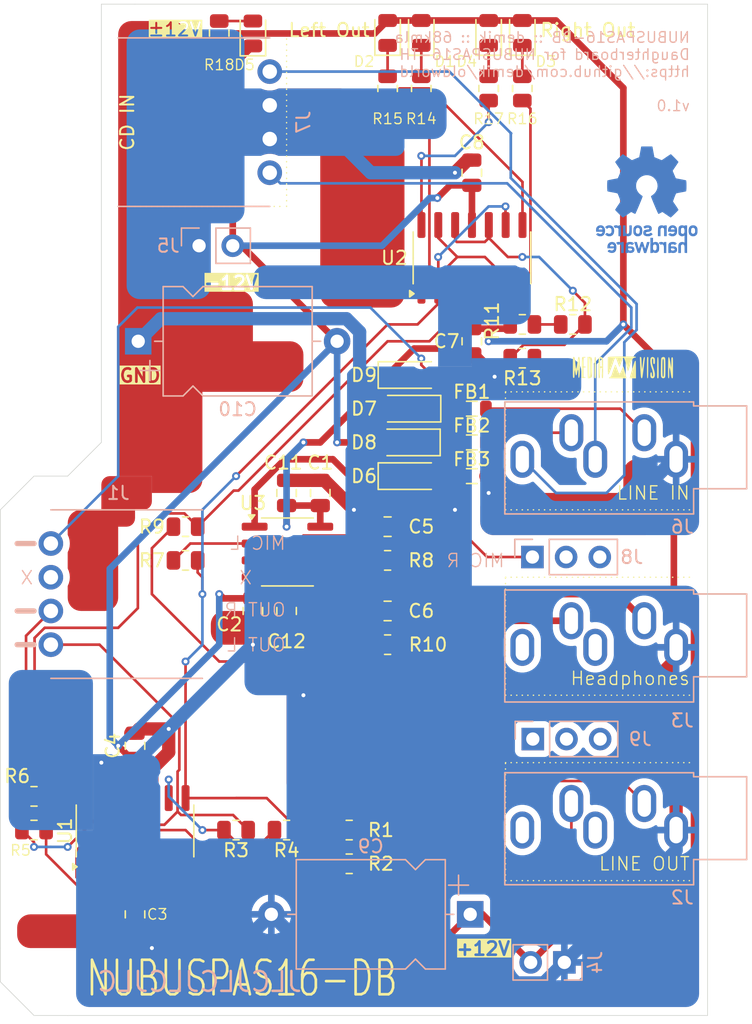
<source format=kicad_pcb>
(kicad_pcb (version 20240108) (generator "pcbnew") (generator_version "8.0")
  (title_block (title "NUBUSPAS16-DB") (date "2024-03-28") (rev "1.0") (company "Lostwave") (comment 1 "https://github.com/demik/oldworld") (comment 2 "https://68kmla.org/bb/index.php?threads/nubuspas16-db-a-daughterboard-hack-to-restore-some-functionality-of-a-standalone-mediavision-pas16.47076"))
  (layers (0 "F.Cu" signal) (31 "B.Cu" signal) (34 "B.Paste" user) (35 "F.Paste" user) (36 "B.SilkS" user "B.Silkscreen") (37 "F.SilkS" user "F.Silkscreen") (38 "B.Mask" user) (39 "F.Mask" user) (44 "Edge.Cuts" user))
  (net 0 "")
  (net 2 "/LINE_OUT_R")
  (net 3 "GND")
  (net 4 "/LINE_OUT_L")
  (net 6 "Net-(U1A--)")
  (net 7 "Net-(U1B--)")
  (net 8 "/PAS_OUT_L")
  (net 9 "Net-(U3A--)")
  (net 10 "+12V")
  (net 11 "/HEAD_OUT_L")
  (net 12 "/PAS_OUT_R")
  (net 13 "Net-(U3B--)")
  (net 14 "/HEAD_OUT_RIGHT")
  (net 15 "Net-(D1-K)")
  (net 16 "-12V")
  (net 17 "Net-(D2-K)")
  (net 18 "Net-(D3-K)")
  (net 19 "Net-(D4-K)")
  (net 21 "Net-(U2A-+)")
  (net 22 "Net-(U2C-+)")
  (net 23 "Net-(R14-Pad1)")
  (net 24 "Net-(R15-Pad1)")
  (net 25 "Net-(R16-Pad1)")
  (net 26 "Net-(R17-Pad1)")
  (net 29 "Net-(U1C--)")
  (net 30 "/BUFF_X2_L")
  (net 31 "Net-(U1D--)")
  (net 32 "/BUFF_X2_R")
  (net 33 "/LINE_IN_L")
  (net 34 "/LINE_IN_R")
  (net 35 "Net-(FB3-Pad2)")
  (net 36 "/CD_IN_R")
  (net 37 "/CD_IN_L")
  (net 38 "Net-(D5-A)")
  (net 44 "/PAS_MIC_L")
  (net 45 "/PAS_MIC_R")
  (footprint "Capacitor_SMD:C_0805_2012Metric" (layer "F.Cu") (at 160.02 63.5 90)
    (property "Reference" "C8")
    (property "Value" "100nF")
  )
  (footprint "Diode_SMD:D_SOD-123" (layer "F.Cu") (at 155.32 86.36)
    (property "Reference" "D8")
    (property "Value" "1N4148W")
  )
  (footprint "Inductor_SMD:L_0805_2012Metric" (layer "F.Cu") (at 160.02 83.82 180)
    (property "Reference" "FB2")
    (property "Value" "GZ2012D601TF")
  )
  (footprint "LED_SMD:LED_0805_2012Metric" (layer "F.Cu") (at 161.29 52.9675 90)
    (property "Reference" "D4")
    (property "Value" "Yellow")
  )
  (footprint "Diode_SMD:D_SOD-123" (layer "F.Cu") (at 155.32 81.28 180)
    (property "Reference" "D7")
    (property "Value" "1N4148W")
  )
  (footprint "Resistor_SMD:R_0805_2012Metric" (layer "F.Cu") (at 153.67 92.71)
    (property "Reference" "R8")
    (property "Value" "680")
  )
  (footprint "Capacitor_SMD:C_0805_2012Metric" (layer "F.Cu") (at 134.62 119.38 -90)
    (property "Reference" "C3")
    (property "Value" "100nF")
  )
  (footprint "Resistor_SMD:R_0805_2012Metric" (layer "F.Cu") (at 140.97 52.9825 90)
    (property "Reference" "R18")
    (property "Value" "20k")
  )
  (footprint "LOGO" (layer "F.Cu") (at 171.45 78.105)
    (property "Reference" "G***" (hide yes))
    (property "Value" "LOGO" (hide yes))
  )
  (footprint "Resistor_SMD:R_0805_2012Metric" (layer "F.Cu") (at 163.83 57.15 90)
    (property "Reference" "R16")
    (property "Value" "2200")
  )
  (footprint "Package_SO:SOIC-8_3.9x4.9mm_P1.27mm" (layer "F.Cu") (at 146.115 92.075)
    (property "Reference" "U3")
    (property "Value" "OPA1688")
  )
  (footprint "Resistor_SMD:R_0805_2012Metric" (layer "F.Cu") (at 153.67 57.15 90)
    (property "Reference" "R15")
    (property "Value" "2200")
  )
  (footprint "Resistor_SMD:R_0805_2012Metric" (layer "F.Cu") (at 150.7725 113.03)
    (property "Reference" "R1")
    (property "Value" "47")
  )
  (footprint "MountingHole:MountingHole_3.2mm_M3" (layer "F.Cu") (at 167.64 60.96)
    (property "Reference" "H1" (hide yes))
    (property "Value" "M3")
  )
  (footprint "Resistor_SMD:R_0805_2012Metric" (layer "F.Cu") (at 138.43 92.71 180)
    (property "Reference" "R7")
    (property "Value" "680")
  )
  (footprint "Inductor_SMD:L_0805_2012Metric" (layer "F.Cu") (at 160.02 81.28 180)
    (property "Reference" "FB1")
    (property "Value" "GZ2012D601TF")
  )
  (footprint "MountingHole:MountingHole_3.2mm_M3" (layer "F.Cu") (at 142.24 106.68)
    (property "Reference" "H2" (hide yes))
    (property "Value" "M3")
  )
  (footprint "Package_SO:SOIC-14_3.9x8.7mm_P1.27mm" (layer "F.Cu") (at 160.0325 69.915 90)
    (property "Reference" "U2")
    (property "Value" "LF347")
  )
  (footprint "Package_SO:SOIC-14_3.9x8.7mm_P1.27mm" (layer "F.Cu") (at 134.62 113.095 90)
    (property "Reference" "U1")
    (property "Value" "LF347")
  )
  (footprint "LED_SMD:LED_0805_2012Metric" (layer "F.Cu") (at 153.67 52.9675 90)
    (property "Reference" "D2")
    (property "Value" "Yellow")
  )
  (footprint "Resistor_SMD:R_0805_2012Metric" (layer "F.Cu") (at 127 113.03 180)
    (property "Reference" "R5")
    (property "Value" "10k")
  )
  (footprint "Inductor_SMD:L_0805_2012Metric" (layer "F.Cu") (at 160.02 86.36)
    (property "Reference" "FB3")
    (property "Value" "GZ2012D601TF")
  )
  (footprint "Resistor_SMD:R_0805_2012Metric" (layer "F.Cu") (at 161.29 57.15 90)
    (property "Reference" "R17")
    (property "Value" "2200")
  )
  (footprint "Capacitor_SMD:C_0805_2012Metric" (layer "F.Cu") (at 143.51 96.52 -90)
    (property "Reference" "C2")
    (property "Value" "100nF")
  )
  (footprint "LED_SMD:LED_0805_2012Metric" (layer "F.Cu") (at 163.83 52.9675 90)
    (property "Reference" "D3")
    (property "Value" "Red")
  )
  (footprint "Resistor_SMD:R_0805_2012Metric" (layer "F.Cu") (at 142.24 113.03 180)
    (property "Reference" "R3")
    (property "Value" "10k")
  )
  (footprint "Capacitor_SMD:C_0805_2012Metric" (layer "F.Cu") (at 148.59 87.63 90)
    (property "Reference" "C1")
    (property "Value" "100nF")
  )
  (footprint "Diode_SMD:D_SOD-123" (layer "F.Cu") (at 155.275 83.82 180)
    (property "Reference" "D6")
    (property "Value" "1N4148W")
  )
  (footprint "Resistor_SMD:R_0805_2012Metric" (layer "F.Cu") (at 163.83 77.47)
    (property "Reference" "R13")
    (property "Value" "220")
  )
  (footprint "Resistor_SMD:R_0805_2012Metric" (layer "F.Cu") (at 138.43 90.17 180)
    (property "Reference" "R9")
    (property "Value" "680")
  )
  (footprint "Resistor_SMD:R_0805_2012Metric" (layer "F.Cu") (at 150.7725 115.57)
    (property "Reference" "R2")
    (property "Value" "47")
  )
  (footprint "Capacitor_SMD:C_0805_2012Metric" (layer "F.Cu") (at 153.67 96.52)
    (property "Reference" "C6")
    (property "Value" "47pF")
  )
  (footprint "Resistor_SMD:R_0805_2012Metric" (layer "F.Cu") (at 156.21 57.15 90)
    (property "Reference" "R14")
    (property "Value" "2200")
  )
  (footprint "Resistor_SMD:R_0805_2012Metric" (layer "F.Cu") (at 167.64 74.93)
    (property "Reference" "R12")
    (property "Value" "2200")
  )
  (footprint "LED_SMD:LED_0805_2012Metric" (layer "F.Cu") (at 156.21 52.9675 90)
    (property "Reference" "D1")
    (property "Value" "Red")
  )
  (footprint "Diode_SMD:D_SOD-123" (layer "F.Cu") (at 155.32 78.74)
    (property "Reference" "D9")
    (property "Value" "1N4148W")
  )
  (footprint "Resistor_SMD:R_0805_2012Metric" (layer "F.Cu") (at 153.67 99.06)
    (property "Reference" "R10")
    (property "Value" "680")
  )
  (footprint "Capacitor_SMD:C_0805_2012Metric" (layer "F.Cu") (at 146.05 96.52 -90)
    (property "Reference" "C12")
    (property "Value" "100nF")
  )
  (footprint "Resistor_SMD:R_0805_2012Metric" (layer "F.Cu") (at 127 110.49)
    (property "Reference" "R6")
    (property "Value" "20k")
  )
  (footprint "Capacitor_SMD:C_0805_2012Metric" (layer "F.Cu") (at 160.02 76.2 -90)
    (property "Reference" "C7")
    (property "Value" "100nF")
  )
  (footprint "Resistor_SMD:R_0805_2012Metric" (layer "F.Cu") (at 163.83 74.93)
    (property "Reference" "R11")
    (property "Value" "20k")
  )
  (footprint "Capacitor_SMD:C_0805_2012Metric" (layer "F.Cu") (at 134.62 106.68 90)
    (property "Reference" "C4")
    (property "Value" "100nF")
  )
  (footprint "LED_SMD:LED_0805_2012Metric" (layer "F.Cu") (at 143.51 53.0075 90)
    (property "Reference" "D5")
    (property "Value" "Green")
  )
  (footprint "Capacitor_SMD:C_0805_2012Metric" (layer "F.Cu") (at 146.05 87.63 90)
    (property "Reference" "C11")
    (property "Value" "100nF")
  )
  (footprint "Resistor_SMD:R_0805_2012Metric" (layer "F.Cu") (at 146.05 113.03)
    (property "Reference" "R4")
    (property "Value" "20k")
  )
  (footprint "Capacitor_SMD:C_0805_2012Metric" (layer "F.Cu") (at 153.67 90.17)
    (property "Reference" "C5")
    (property "Value" "47pF")
  )
  (footprint "Connector_Audio:Jack_3.5mm_CUI_SJ1-3535NG_Horizontal" (layer "B.Cu") (at 175.43 113.03 90)
    (property "Reference" "J2")
    (property "Value" "SJ1-3535NG-GR")
  )
  (footprint "PAS16DB:0705530003" (layer "B.Cu") (at 128.27 95.25 90)
    (property "Reference" "J1")
    (property "Value" "70553-0038")
  )
  (footprint "Connector_PinHeader_2.54mm:PinHeader_1x03_P2.54mm_Vertical" (layer "B.Cu") (at 164.592 92.456 -90)
    (property "Reference" "J8")
    (property "Value" "Conn_01x03")
  )
  (footprint "Connector_PinHeader_2.54mm:PinHeader_1x03_P2.54mm_Vertical" (layer "B.Cu") (at 164.622 106.172 -90)
    (property "Reference" "J9")
    (property "Value" "Conn_01x03")
  )
  (footprint "Capacitor_THT:CP_Axial_L11.0mm_D8.0mm_P15.00mm_Horizontal" (layer "B.Cu") (at 159.9 119.38 180)
    (property "Reference" "C9")
    (property "Value" "100uF")
  )
  (footprint "Connector_PinHeader_2.54mm:PinHeader_1x02_P2.54mm_Vertical" (layer "B.Cu") (at 139.45 69 -90)
    (property "Reference" "J5")
    (property "Value" "Conn_01x02")
  )
  (footprint "PAS16DB:0705530003" (layer "B.Cu") (at 144.78 59.69 -90)
    (property "Reference" "J7")
    (property "Value" "70553-0038")
  )
  (footprint "Capacitor_THT:CP_Axial_L11.0mm_D8.0mm_P15.00mm_Horizontal" (layer "B.Cu") (at 134.86 76.2)
    (property "Reference" "C10")
    (property "Value" "100uF")
  )
  (footprint "Connector_PinHeader_2.54mm:PinHeader_1x02_P2.54mm_Vertical" (layer "B.Cu") (at 167 123 90)
    (property "Reference" "J4")
    (property "Value" "Conn_01x02")
  )
  (footprint "Connector_Audio:Jack_3.5mm_CUI_SJ1-3535NG_Horizontal" (layer "B.Cu") (at 175.43 85.09 90)
    (property "Reference" "J6")
    (property "Value" "SJ1-3535NG-BE")
  )
  (footprint "Connector_Audio:Jack_3.5mm_CUI_SJ1-3535NG_Horizontal" (layer "B.Cu") (at 175.43 99.26 90)
    (property "Reference" "J3")
    (property "Value" "SJ1-3535NG")
  )
  (footprint "Symbol:OSHW-Logo_7.5x8mm_Copper" (layer "B.Cu") (at 173.228 65.532 180)
    (property "Reference" "REF**" (hide yes))
    (property "Value" "OSHW-Logo_7.5x8mm_Copper" (hide yes))
  )
  (gr_line (start 156.21 53.848) (end 156.21 54.864) (stroke (width 0.2)) (layer "F.Cu") (net 15))
  (gr_line (start 125.73 99.06) (end 127 99.06) (stroke (width 0.4)) (layer "B.SilkS"))
  (gr_line (start 125.73 96.52) (end 127 96.52) (stroke (width 0.4)) (layer "B.SilkS"))
  (gr_line (start 125.73 91.44) (end 127 91.44) (stroke (width 0.4)) (layer "B.SilkS"))
  (gr_line (start 162.56 107.95) (end 176.53 107.95) (stroke (width 0.1) (type dot)) (layer "F.SilkS"))
  (gr_line (start 162.56 88.9) (end 176.53 88.9) (stroke (width 0.1) (type dot)) (layer "F.SilkS"))
  (gr_line (start 162.56 93.98) (end 176.53 93.98) (stroke (width 0.1) (type dot)) (layer "F.SilkS"))
  (gr_line (start 162.56 102.87) (end 162.56 93.98) (stroke (width 0.1) (type dot)) (layer "F.SilkS"))
  (gr_line (start 162.56 80.01) (end 176.53 80.01) (stroke (width 0.1) (type dot)) (layer "F.SilkS"))
  (gr_line (start 146.05 66.04) (end 146.05 53.086) (stroke (width 0.1) (type dot)) (layer "F.SilkS"))
  (gr_line (start 133.35 66.04) (end 145.796 66.04) (stroke (width 0.1) (type dot)) (layer "F.SilkS"))
  (gr_line (start 162.56 102.87) (end 176.53 102.87) (stroke (width 0.1) (type dot)) (layer "F.SilkS"))
  (gr_line (start 162.56 88.9) (end 162.56 80.01) (stroke (width 0.1) (type dot)) (layer "F.SilkS"))
  (gr_line (start 133.35 53.34) (end 135.382 53.34) (stroke (width 0.1) (type dot)) (layer "F.SilkS"))
  (gr_line (start 162.56 116.84) (end 176.53 116.84) (stroke (width 0.1) (type dot)) (layer "F.SilkS"))
  (gr_line (start 162.56 116.84) (end 162.56 107.95) (stroke (width 0.1) (type dot)) (layer "F.SilkS"))
  (gr_line (start 124.46 121.92) (end 124.46 96.52) (stroke (width 0.05)) (layer "Edge.Cuts"))
  (gr_line (start 124.46 96.52) (end 124.46 88.9) (stroke (width 0.05)) (layer "Edge.Cuts"))
  (gr_line (start 134.62 50.8) (end 177.8 50.8) (stroke (width 0.05)) (layer "Edge.Cuts"))
  (gr_line (start 177.8 127) (end 129.54 127) (stroke (width 0.05)) (layer "Edge.Cuts"))
  (gr_line (start 127 127) (end 124.46 124.46) (stroke (width 0.05)) (layer "Edge.Cuts"))
  (gr_line (start 134.62 50.8) (end 132.08 50.8) (stroke (width 0.05)) (layer "Edge.Cuts"))
  (gr_line (start 132.08 50.8) (end 132.08 83.82) (stroke (width 0.05)) (layer "Edge.Cuts"))
  (gr_line (start 132.08 83.82) (end 129.54 86.36) (stroke (width 0.05)) (layer "Edge.Cuts"))
  (gr_line (start 127 86.36) (end 124.46 88.9) (stroke (width 0.05)) (layer "Edge.Cuts"))
  (gr_line (start 124.46 124.46) (end 124.46 121.92) (stroke (width 0.05)) (layer "Edge.Cuts"))
  (gr_line (start 177.8 50.8) (end 177.8 127) (stroke (width 0.05)) (layer "Edge.Cuts"))
  (gr_line (start 129.54 127) (end 127 127) (stroke (width 0.05)) (layer "Edge.Cuts"))
  (gr_line (start 129.54 86.36) (end 127 86.36) (stroke (width 0.05)) (layer "Edge.Cuts"))
  (gr_text "X" (at 143.51 94.6 0) (layer "B.SilkS") (effects (font (size 1 1) (thickness 0.1)) (justify left bottom mirror)))
  (gr_text "OUT L" (at 146.05 99.66 0) (layer "B.SilkS") (effects (font (size 1 1) (thickness 0.1)) (justify left bottom mirror)))
  (gr_text "MIC L" (at 146.05 92 0) (layer "B.SilkS") (effects (font (size 1 1) (thickness 0.1)) (justify left bottom mirror)))
  (gr_text "JLCJLCJLCJLC" (at 147.32 124.46 0) (layer "B.SilkS") (effects (font (size 1.5 1.5) (thickness 0.1875)) (justify left mirror)))
  (gr_text "NUBUSPAS16-DB :: demik :: 68kmla\nDaughterboard for NUBUSPAS16-TH\nhttps://github.com/demik/oldworld\n\nv1.0\n" (at 176.53 55.88 0) (layer "B.SilkS") (effects (font (size 0.8 0.8) (thickness 0.1)) (justify left mirror)))
  (gr_text "OUT R" (at 146.05 97.02 0) (layer "B.SilkS") (effects (font (size 1 1) (thickness 0.1)) (justify left bottom mirror)))
  (gr_text "MIC R" (at 162.56 93.31 0) (layer "B.SilkS") (effects (font (size 1 1) (thickness 0.1)) (justify left bottom mirror)))
  (gr_text "X" (at 127 94.6 0) (layer "B.SilkS") (effects (font (size 1 1) (thickness 0.1)) (justify left bottom mirror)))
  (gr_text "LINE IN" (at 176.53 87.63 0) (layer "F.SilkS") (effects (font (size 1 1) (thickness 0.1)) (justify right)))
  (gr_text "Headphones" (at 176.53 101.6 0) (layer "F.SilkS") (effects (font (size 1 1) (thickness 0.1)) (justify right)))
  (gr_text "CD IN" (at 134.62 59.69 90) (layer "F.SilkS") (effects (font (size 1 1)) (justify bottom)))
  (gr_text "LINE OUT" (at 176.53 115.57 0) (layer "F.SilkS") (effects (font (size 1 1) (thickness 0.1)) (justify right)))
  (gr_text "NUBUSPAS16-DB" (at 130.81 125.73 0) (layer "F.SilkS") (effects (font (size 2.6 1.8) (thickness 0.2)) (justify left bottom)))
  (gr_text "Right Out" (at 165.1 53.34 0) (layer "F.SilkS") (effects (font (size 1 1)) (justify left bottom)))
  (gr_text "GND" (at 133.35 79.375 0) (layer "F.SilkS" knockout) (effects (font (size 1 1) (thickness 0.2) (bold yes)) (justify left bottom)))
  (gr_text "-12V" (at 139.7 72.39 0) (layer "F.SilkS" knockout) (effects (font (size 1 1) (thickness 0.2) (bold yes)) (justify left bottom)))
  (gr_text "Left Out" (at 152.4 53.34 0) (layer "F.SilkS") (effects (font (size 1 1)) (justify right bottom)))
  (gr_text "±12V" (at 139.7 52.705 0) (layer "F.SilkS" knockout) (effects (font (size 1 1)) (justify right)))
  (gr_text "+12V" (at 158.75 122.555 0) (layer "F.SilkS" knockout) (effects (font (size 1 1) (thickness 0.2) (bold yes)) (justify left bottom)))
  (segment (start 167.53 111.03) (end 167.53 113.14) (width 0.2) (layer "F.Cu") (net 2))
  (segment (start 167.53 113.14) (end 165.1 115.57) (width 0.2) (layer "F.Cu") (net 2))
  (segment (start 165.1 115.57) (end 151.685 115.57) (width 0.2) (layer "F.Cu") (net 2))
  (segment (start 145.32 92.71) (end 143.64 92.71) (width 1) (layer "F.Cu") (net 3))
  (segment (start 148.59 97.79) (end 147.095 97.79) (width 1) (layer "F.Cu") (net 3))
  (segment (start 134.62 105.73) (end 134.3 105.73) (width 1) (layer "F.Cu") (net 3))
  (segment (start 148.59 93.98) (end 148.59 95.655) (width 1) (layer "F.Cu") (net 3))
  (segment (start 173.99 107.78) (end 175.43 109.22) (width 1) (layer "F.Cu") (net 3))
  (segment (start 164.7425 77.47) (end 164.7425 78.17) (width 1) (layer "F.Cu") (net 3))
  (segment (start 148.59 86.68) (end 148.91 86.68) (width 1) (layer "F.Cu") (net 3))
  (segment (start 158.9575 88.6925) (end 158.75 88.9) (width 1) (layer "F.Cu") (net 3))
  (segment (start 147.095 97.79) (end 146.775 97.47) (width 1) (layer "F.Cu") (net 3))
  (segment (start 137.16 105.41) (end 134.94 105.41) (width 1) (layer "F.Cu") (net 3))
  (segment (start 134.86 76.2) (end 134.86 73.59) (width 1) (layer "F.Cu") (net 3))
  (segment (start 135.89 108.43543) (end 135.89 110.49) (width 1) (layer "F.Cu") (net 3))
  (segment (start 173.99 102.87) (end 173.99 107.78) (width 1) (layer "F.Cu") (net 3))
  (segment (start 133.35 109.22) (end 133.35 110.49) (width 1) (layer "F.Cu") (net 3))
  (segment (start 134.86 73.59) (end 139.45 69) (width 1) (layer "F.Cu") (net 3))
  (segment (start 175.43 113.03) (end 175.43 109.22) (width 1) (layer "F.Cu") (net 3))
  (segment (start 164.7425 78.17) (end 164.0425 78.87) (width 1) (layer "F.Cu") (net 3))
  (segment (start 161.74 78.87) (end 160.02 77.15) (width 1) (layer "F.Cu") (net 3))
  (segment (start 137.16 105.41) (end 137.16 107.16543) (width 1) (layer "F.Cu") (net 3))
  (segment (start 146.775 97.47) (end 146.05 97.47) (width 1) (layer "F.Cu") (net 3))
  (segment (start 164.0425 78.87) (end 161.74 78.87) (width 1) (layer "F.Cu") (net 3))
  (segment (start 148.91 86.68) (end 151.13 88.9) (width 1) (layer "F.Cu") (net 3))
  (segment (start 143.51 99.06) (end 143.51 97.47) (width 1) (layer "F.Cu") (net 3))
  (segment (start 173.99 102.87) (end 147.32 102.87) (width 1) (layer "F.Cu") (net 3))
  (segment (start 146.59 93.98) (end 145.32 92.71) (width 1) (layer "F.Cu") (net 3))
  (segment (start 146.05 86.68) (end 148.59 86.68) (width 1) (layer "F.Cu") (net 3))
  (segment (start 158.9575 86.36) (end 158.9575 88.6925) (width 1) (layer "F.Cu") (net 3))
  (segment (start 134.62 120.33) (end 134.62 120.65) (width 1) (layer "F.Cu") (net 3))
  (segment (start 134.62 120.65) (end 135.89 121.92) (width 1) (layer "F.Cu") (net 3))
  (segment (start 148.59 93.98) (end 148.59 97.79) (width 1) (layer "F.Cu") (net 3))
  (segment (start 134.94 105.41) (end 134.62 105.73) (width 1) (layer "F.Cu") (net 3))
  (segment (start 159.7 62.55) (end 158.75 63.5) (width 1) (layer "F.Cu") (net 3))
  (segment (start 173.99 101.6) (end 173.99 102.87) (width 1) (layer "F.Cu") (net 3))
  (segment (start 175.43 99.26) (end 175.43 100.16) (width 1) (layer "F.Cu") (net 3))
  (segment (start 133.08 108.95) (end 132.08 107.95) (width 1) (layer "F.Cu") (net 3))
  (segment (start 137.16 107.16543) (end 135.89 108.43543) (width 1) (layer "F.Cu") (net 3))
  (segment (start 160.02 62.55) (end 159.7 62.55) (width 1) (layer "F.Cu") (net 3))
  (segment (start 148.59 93.98) (end 146.59 93.98) (width 1) (layer "F.Cu") (net 3))
  (segment (start 175.43 100.16) (end 173.99 101.6) (width 1) (layer "F.Cu") (net 3))
  (segment (start 133.08 108.95) (end 133.35 109.22) (width 1) (layer "F.Cu") (net 3))
  (segment (start 143.51 97.47) (end 146.05 97.47) (width 1) (layer "F.Cu") (net 3))
  (via (at 137.16 105.41) (size 1) (drill 0.3) (layers "F.Cu" "B.Cu") (net 3))
  (via (at 158.75 88.9) (size 1) (drill 0.3) (layers "F.Cu" "B.Cu") (net 3))
  (via (at 161.74 78.87) (size 1) (drill 0.3) (layers "F.Cu" "B.Cu") (net 3))
  (via (at 147.32 102.87) (size 1) (drill 0.3) (layers "F.Cu" "B.Cu") (net 3))
  (via (at 143.51 99.06) (size 1) (drill 0.3) (layers "F.Cu" "B.Cu") (net 3))
  (via (at 158.75 63.5) (size 1) (drill 0.3) (layers "F.Cu" "B.Cu") (net 3))
  (via (at 132.08 107.95) (size 1) (drill 0.3) (layers "F.Cu" "B.Cu") (net 3))
  (via (at 135.89 121.92) (size 1) (drill 0.3) (layers "F.Cu" "B.Cu") (net 3))
  (via (at 151.13 88.9) (size 1) (drill 0.3) (layers "F.Cu" "B.Cu") (net 3))
  (segment (start 144.78 58.42) (end 147.32 58.42) (width 1) (layer "B.Cu") (net 3))
  (segment (start 156.21 86.36) (end 151.56 86.36) (width 1) (layer "B.Cu") (net 3))
  (segment (start 150.564164 74.5) (end 136.56 74.5) (width 1) (layer "B.Cu") (net 3))
  (segment (start 151.56 78.74) (end 151.56 75.495836) (width 1) (layer "B.Cu") (net 3))
  (segment (start 139.45 69) (end 139.785 68.665) (width 1) (layer "B.Cu") (net 3))
  (segment (start 140.97 58.42) (end 140.97 60.96) (width 1) (layer "B.Cu") (net 3))
  (segment (start 139.785 62.145) (end 140.97 60.96) (width 1) (layer "B.Cu") (net 3))
  (segment (start 149.86 60.96) (end 144.78 60.96) (width 1) (layer "B.Cu") (net 3))
  (segment (start 144.78 58.42) (end 140.97 58.42) (width 1) (layer "B.Cu") (net 3))
  (segment (start 167 123) (end 165.45 124.55) (width 1) (layer "B.Cu") (net 3))
  (segment (start 134.62 109.1) (end 134.62 120.65) (width 1) (layer "B.Cu") (net 3))
  (segment (start 147.32 102.87) (end 143.51 99.06) (width 1) (layer "B.Cu") (net 3))
  (segment (start 134.62 107.95) (end 134.62 109.1) (width 1) (layer "B.Cu") (net 3))
  (segment (start 151.13 91.44) (end 143.51 99.06) (width 1) (layer "B.Cu") (net 3))
  (segment (start 175.43 113.03) (end 175.43 114.57) (width 1) (layer "B.Cu") (net 3))
  (segment (start 135.89 121.92) (end 142.36 121.92) (width 1) (layer "B.Cu") (net 3))
  (segment (start 151.56 88.47) (end 151.56 86.36) (width 1) (layer "B.Cu") (net 3))
  (segment (start 175.43 114.57) (end 167 123) (width 1) (layer "B.Cu") (net 3))
  (segment (start 151.13 88.9) (end 151.56 88.47) (width 1) (layer "B.Cu") (net 3))
  (segment (start 137.16 105.41) (end 134.62 107.95) (width 1) (layer "B.Cu") (net 3))
  (segment (start 150.07 124.55) (end 144.9 119.38) (width 1) (layer "B.Cu") (net 3))
  (segment (start 142.36 121.92) (end 144.9 119.38) (width 1) (layer "B.Cu") (net 3))
  (segment (start 152.4 63.5) (end 149.86 60.96) (width 1) (layer "B.Cu") (net 3))
  (segment (start 140.97 60.96) (end 144.78 60.96) (width 1) (layer "B.Cu") (net 3))
  (segment (start 151.13 88.9) (end 151.13 91.44) (width 1) (layer "B.Cu") (net 3))
  (segment (start 161.74 78.87) (end 151.69 78.87) (width 1) (layer "B.Cu") (net 3))
  (segment (start 134.62 120.65) (end 135.89 121.92) (width 1) (layer "B.Cu") (net 3))
  (segment (start 147.32 58.42) (end 149.86 60.96) (width 1) (layer "B.Cu") (net 3))
  (segment (start 151.56 75.495836) (end 150.564164 74.5) (width 1) (layer "B.Cu") (net 3))
  (segment (start 165.45 124.55) (end 150.07 124.55) (width 1) (layer "B.Cu") (net 3))
  (segment (start 132.08 107.95) (end 134.62 107.95) (width 1) (layer "B.Cu") (net 3))
  (segment (start 151.69 78.87) (end 151.56 78.74) (width 1) (layer "B.Cu") (net 3))
  (segment (start 152.4 63.5) (end 158.75 63.5) (width 1) (layer "B.Cu") (net 3))
  (segment (start 158.75 88.9) (end 156.21 86.36) (width 1) (layer "B.Cu") (net 3))
  (segment (start 137.16 105.41) (end 143.51 99.06) (width 1) (layer "B.Cu") (net 3))
  (segment (start 151.56 86.36) (end 151.56 78.74) (width 1) (layer "B.Cu") (net 3))
  (segment (start 139.785 68.665) (end 139.785 62.145) (width 1) (layer "B.Cu") (net 3))
  (segment (start 136.56 74.5) (end 134.86 76.2) (width 1) (layer "B.Cu") (net 3))
  (segment (start 160.02 113.03) (end 151.685 113.03) (width 0.2) (layer "F.Cu") (net 4))
  (segment (start 171.33 109.33) (end 173.03 111.03) (width 0.2) (layer "F.Cu") (net 4))
  (segment (start 171.33 109.33) (end 163.72 109.33) (width 0.2) (layer "F.Cu") (net 4))
  (segment (start 163.72 109.33) (end 160.02 113.03) (width 0.2) (layer "F.Cu") (net 4))
  (segment (start 149.86 113.03) (end 149.225 113.03) (width 0.2) (layer "F.Cu") (net 6))
  (segment (start 138.43 113.03) (end 133.515001 113.03) (width 0.2) (layer "F.Cu") (net 6))
  (segment (start 133.515001 113.03) (end 132.08 114.465001) (width 0.2) (layer "F.Cu") (net 6))
  (segment (start 132.08 114.465001) (end 132.08 115.44) (width 0.2) (layer "F.Cu") (net 6))
  (segment (start 149.225 113.03) (end 147.32 114.935) (width 0.2) (layer "F.Cu") (net 6))
  (segment (start 147.32 114.935) (end 140.335 114.935) (width 0.2) (layer "F.Cu") (net 6))
  (segment (start 140.335 114.935) (end 138.43 113.03) (width 0.2) (layer "F.Cu") (net 6))
  (segment (start 132.08 115.44) (end 130.81 115.44) (width 0.2) (layer "F.Cu") (net 6))
  (segment (start 149.86 115.57) (end 138.43 115.57) (width 0.2) (layer "F.Cu") (net 7))
  (segment (start 149.73 115.44) (end 149.86 115.57) (width 0.2) (layer "F.Cu") (net 7))
  (segment (start 137.16 115.57) (end 138.43 115.57) (width 0.2) (layer "F.Cu") (net 7))
  (segment (start 138.089448 111.895) (end 137.83 111.635552) (width 0.2) (layer "F.Cu") (net 8))
  (segment (start 132.134448 112.63) (end 136.835552 112.63) (width 0.2) (layer "F.Cu") (net 8))
  (segment (start 142.0175 111.895) (end 138.089448 111.895) (width 0.2) (layer "F.Cu") (net 8))
  (segment (start 143.1525 113.03) (end 142.0175 111.895) (width 0.2) (layer "F.Cu") (net 8))
  (segment (start 137.96 105.078629) (end 131.941371 99.06) (width 0.2) (layer "F.Cu") (net 8))
  (segment (start 137.83 108.62) (end 137.96 108.49) (width 0.2) (layer "F.Cu") (net 8))
  (segment (start 130.21 116.585552) (end 130.21 114.554448) (width 0.2) (layer "F.Cu") (net 8))
  (segment (start 137.83 111.635552) (end 137.83 108.62) (width 0.2) (layer "F.Cu") (net 8))
  (segment (start 133.35 115.915552) (end 132.420552 116.845) (width 0.2) (layer "F.Cu") (net 8))
  (segment (start 136.835552 112.63) (end 137.83 111.635552) (width 0.2) (layer "F.Cu") (net 8))
  (segment (start 132.420552 116.845) (end 130.469448 116.845) (width 0.2) (layer "F.Cu") (net 8))
  (segment (start 137.96 108.49) (end 137.96 105.078629) (width 0.2) (layer "F.Cu") (net 8))
  (segment (start 130.469448 116.845) (end 130.21 116.585552) (width 0.2) (layer "F.Cu") (net 8))
  (segment (start 133.35 115.57) (end 133.35 115.915552) (width 0.2) (layer "F.Cu") (net 8))
  (segment (start 131.941371 99.06) (end 128.27 99.06) (width 0.2) (layer "F.Cu") (net 8))
  (segment (start 130.21 114.554448) (end 132.134448 112.63) (width 0.2) (layer "F.Cu") (net 8))
  (segment (start 147.32 90.84) (end 152.05 90.84) (width 0.2) (layer "F.Cu") (net 9))
  (segment (start 152.05 90.84) (end 152.72 90.17) (width 0.2) (layer "F.Cu") (net 9))
  (segment (start 152.72 92.6725) (end 152.7575 92.71) (width 0.2) (layer "F.Cu") (net 9))
  (segment (start 146.72 91.44) (end 147.32 90.84) (width 0.2) (layer "F.Cu") (net 9))
  (segment (start 152.72 90.17) (end 152.72 92.6725) (width 0.2) (layer "F.Cu") (net 9))
  (segment (start 143.64 91.44) (end 146.72 91.44) (width 0.2) (layer "F.Cu") (net 9))
  (segment (start 138.7875 91.44) (end 137.5175 92.71) (width 0.2) (layer "F.Cu") (net 9))
  (segment (start 143.64 91.44) (end 138.7875 91.44) (width 0.2) (layer "F.Cu") (net 9))
  (segment (start 155.66 76.75) (end 153.67 78.74) (width 0.5) (layer "F.Cu") (net 10))
  (segment (start 164.46 123) (end 168.08 119.38) (width 0.5) (layer "F.Cu") (net 10))
  (segment (start 153.67 52.03) (end 163.83 52.03) (width 0.5) (layer "F.Cu") (net 10))
  (segment (start 159.9 119.38) (end 160.84 119.38) (width 0.5) (layer "F.Cu") (net 10))
  (segment (start 171.45 74.93) (end 171.45 57.11) (width 0.5) (layer "F.Cu") (net 10))
  (segment (start 140.97 53.895) (end 141.8575 53.0075) (width 0.5) (layer "F.Cu") (net 10))
  (segment (start 153.67 78.74) (end 154.57 79.64) (width 0.5) (layer "F.Cu") (net 10))
  (segment (start 160.0325 75.2375) (end 160.02 75.25) (width 0.5) (layer "F.Cu") (net 10))
  (segment (start 143.51 121.92) (end 140.02 118.43) (width 0.5) (layer "F.Cu") (net 10))
  (segment (start 172.97 119.38) (end 176.78 115.57) (width 0.5) (layer "F.Cu") (net 10))
  (segment (start 176.78 80.26) (end 171.45 74.93) (width 0.5) (layer "F.Cu") (net 10))
  (segment (start 134.62 118.43) (end 134.62 115.44) (width 0.5) (layer "F.Cu") (net 10))
  (segment (start 152.6925 53.0075) (end 153.67 52.03) (width 0.5) (layer "F.Cu") (net 10))
  (segment (start 161.29 75.25) (end 162.5975 75.25) (width 0.5) (layer "F.Cu") (net 10))
  (segment (start 168.08 119.38) (end 172.97 119.38) (width 0.5) (layer "F.Cu") (net 10))
  (segment (start 161.29 75.25) (end 161.29 76.2) (width 0.5) (layer "F.Cu") (net 10))
  (segment (start 148.59 88.58) (end 148.59 90.17) (width 0.5) (layer "F.Cu") (net 10))
  (segment (start 154.57 79.64) (end 154.57 85.46) (width 0.5) (layer "F.Cu") (net 10))
  (segment (start 160.02 75.25) (end 158.52 76.75) (width 0.5) (layer "F.Cu") (net 10))
  (segment (start 160.84 119.38) (end 164.46 123) (width 0.5) (layer "F.Cu") (net 10))
  (segment (start 154.57 85.46) (end 153.67 86.36) (width 0.5) (layer "F.Cu") (net 10))
  (segment (start 176.78 115.57) (end 176.78 96.52) (width 0.5) (layer "F.Cu") (net 10))
  (segment (start 175.26 95) (end 175.26 88.9) (width 0.5) (layer "F.Cu") (net 10))
  (segment (start 148.59 83.82) (end 153.67 78.74) (width 0.5) (layer "F.Cu") (net 10))
  (segment (start 141.8575 53.0075) (end 152.6925 53.0075) (width 0.5) (layer "F.Cu") (net 10))
  (segment (start 148.59 88.58) (end 146.05 88.58) (width 0.5) (layer "F.Cu") (net 10))
  (segment (start 166.37 52.03) (end 163.83 52.03) (width 0.5) (layer "F.Cu") (net 10))
  (segment (start 157.36 121.92) (end 143.51 121.92) (width 0.5) (layer "F.Cu") (net 10))
  (segment (start 146.05 88.58) (end 146.05 90.17) (width 0.5) (layer "F.Cu") (net 10))
  (segment (start 160.0325 72.39) (end 160.0325 75.2375) (width 0.5) (layer "F.Cu") (net 10))
  (segment (start 176.78 87.38) (end 176.78 80.26) (width 0.5) (layer "F.Cu") (net 10))
  (segment (start 176.78 96.52) (end 175.26 95) (width 0.5) (layer "F.Cu") (net 10))
  (segment (start 159.9 119.38) (end 157.36 121.92) (width 0.5) (layer "F.Cu") (net 10))
  (segment (start 160.02 75.25) (end 161.29 75.25) (width 0.5) (layer "F.Cu") (net 10))
  (segment (start 158.52 76.75) (end 155.66 76.75) (width 0.5) (layer "F.Cu") (net 10))
  (segment (start 162.5975 75.25) (end 162.9175 74.93) (width 0.5) (layer "F.Cu") (net 10))
  (segment (start 147.32 83.82) (end 148.59 83.82) (width 0.5) (layer "F.Cu") (net 10))
  (segment (start 175.26 88.9) (end 176.78 87.38) (width 0.5) (layer "F.Cu") (net 10))
  (segment (start 140.02 118.43) (end 134.62 118.43) (width 0.5) (layer "F.Cu") (net 10))
  (segment (start 171.45 57.11) (end 166.37 52.03) (width 0.5) (layer "F.Cu") (net 10))
  (via (at 171.45 74.93) (size 0.6) (drill 0.3) (layers "F.Cu" "B.Cu") (net 10))
  (via (at 146.05 90.17) (size 0.6) (drill 0.3) (layers "F.Cu" "B.Cu") (net 10))
  (via (at 161.29 76.2) (size 0.6) (drill 0.3) (layers "F.Cu" "B.Cu") (net 10))
  (via (at 147.32 83.82) (size 0.6) (drill 0.3) (layers "F.Cu" "B.Cu") (net 10))
  (segment (start 147.32 83.82) (end 146.05 85.09) (width 0.5) (layer "B.Cu") (net 10))
  (segment (start 161.29 76.2) (end 170.18 76.2) (width 0.5) (layer "B.Cu") (net 10))
  (segment (start 146.05 85.09) (end 146.05 90.17) (width 0.5) (layer "B.Cu") (net 10))
  (segment (start 170.18 76.2) (end 171.45 74.93) (width 0.5) (layer "B.Cu") (net 10))
  (segment (start 149.54 85.09) (end 154.62 90.17) (width 0.5) (layer "F.Cu") (net 11))
  (segment (start 154.5825 92.71) (end 154.5825 90.2075) (width 0.5) (layer "F.Cu") (net 11))
  (segment (start 145.918122 85.09) (end 149.54 85.09) (width 0.5) (layer "F.Cu") (net 11))
  (segment (start 156.21 92.71) (end 154.5825 92.71) (width 0.5) (layer "F.Cu") (net 11))
  (segment (start 143.64 87.368122) (end 145.918122 85.09) (width 0.5) (layer "F.Cu") (net 11))
  (segment (start 143.64 90.17) (end 143.64 87.368122) (width 0.5) (layer "F.Cu") (net 11))
  (segment (start 154.5825 90.2075) (end 154.62 90.17) (width 0.5) (layer "F.Cu") (net 11))
  (segment (start 173.03 97.26) (end 171.02 95.25) (width 0.5) (layer "F.Cu") (net 11))
  (segment (start 158.75 95.25) (end 156.21 92.71) (width 0.5) (layer "F.Cu") (net 11))
  (segment (start 171.02 95.25) (end 158.75 95.25) (width 0.5) (layer "F.Cu") (net 11))
  (segment (start 126.4 98.39) (end 128.27 96.52) (width 0.2) (layer "F.Cu") (net 12))
  (segment (start 127.9125 113.03) (end 127.1 112.2175) (width 0.2) (layer "F.Cu") (net 12))
  (segment (start 134.209448 114.295) (end 133.95 114.554448) (width 0.2) (layer "F.Cu") (net 12))
  (segment (start 135.89 115.57) (end 135.89 114.3) (width 0.2) (layer "F.Cu") (net 12))
  (segment (start 132.997843 117.757843) (end 130.816606 117.757843) (width 0.2) (layer "F.Cu") (net 12))
  (segment (start 135.89 114.3) (end 135.885 114.295) (width 0.2) (layer "F.Cu") (net 12))
  (segment (start 127.1 112.2175) (end 127.1 105.088529) (width 0.2) (layer "F.Cu") (net 12))
  (segment (start 126.4 104.388529) (end 126.4 98.39) (width 0.2) (layer "F.Cu") (net 12))
  (segment (start 133.95 116.805686) (end 132.997843 117.757843) (width 0.2) (layer "F.Cu") (net 12))
  (segment (start 133.95 114.554448) (end 133.95 116.805686) (width 0.2) (layer "F.Cu") (net 12))
  (segment (start 127.1 105.088529) (end 126.4 104.388529) (width 0.2) (layer "F.Cu") (net 12))
  (segment (start 135.885 114.295) (end 134.209448 114.295) (width 0.2) (layer "F.Cu") (net 12))
  (segment (start 130.816606 117.757843) (end 127.9125 114.853737) (width 0.2) (layer "F.Cu") (net 12))
  (segment (start 127.9125 114.853737) (end 127.9125 113.03) (width 0.2) (layer "F.Cu") (net 12))
  (segment (start 152.72 96.52) (end 152.72 99.0225) (width 0.2) (layer "F.Cu") (net 13))
  (segment (start 151.0175 94.0925) (end 149.635 92.71) (width 0.2) (layer "F.Cu") (net 13))
  (segment (start 152.72 99.0225) (end 152.7575 99.06) (width 0.2) (layer "F.Cu") (net 13))
  (segment (start 135.89 95.25) (end 135.89 91.7975) (width 0.2) (layer "F.Cu") (net 13))
  (segment (start 135.89 91.7975) (end 137.5175 90.17) (width 0.2) (layer "F.Cu") (net 13))
  (segment (start 152.72 95.795) (end 151.0175 94.0925) (width 0.2) (layer "F.Cu") (net 13))
  (segment (start 152.72 96.52) (end 148.91 100.33) (width 0.2) (layer "F.Cu") (net 13))
  (segment (start 140.97 100.33) (end 135.89 95.25) (width 0.2) (layer "F.Cu") (net 13))
  (segment (start 148.91 100.33) (end 140.97 100.33) (width 0.2) (layer "F.Cu") (net 13))
  (segment (start 152.72 96.52) (end 152.72 95.795) (width 0.2) (layer "F.Cu") (net 13))
  (segment (start 149.635 92.71) (end 148.59 92.71) (width 0.2) (layer "F.Cu") (net 13))
  (segment (start 155.36 97.26) (end 154.62 96.52) (width 0.5) (layer "F.Cu") (net 14))
  (segment (start 154.5825 96.5575) (end 154.62 96.52) (width 0.5) (layer "F.Cu") (net 14))
  (segment (start 149.54 91.44) (end 148.59 91.44) (width 0.5) (layer "F.Cu") (net 14))
  (segment (start 167.53 97.26) (end 155.36 97.26) (width 0.5) (layer "F.Cu") (net 14))
  (segment (start 154.5825 99.06) (end 154.5825 96.5575) (width 0.5) (layer "F.Cu") (net 14))
  (segment (start 154.62 96.52) (end 149.54 91.44) (width 0.5) (layer "F.Cu") (net 14))
  (segment (start 156.21 56.2375) (end 156.21 54.6925) (width 0.2) (layer "F.Cu") (net 15))
  (segment (start 149.86 76.2) (end 142.66 69) (width 0.5) (layer "F.Cu") (net 16))
  (segment (start 146.05 95.57) (end 143.51 95.57) (width 0.5) (layer "F.Cu") (net 16))
  (segment (start 157.4225 65.405) (end 158.3775 64.45) (width 0.5) (layer "F.Cu") (net 16))
  (segment (start 143.51 53.945) (end 141.99 55.465) (width 0.5) (layer "F.Cu") (net 16))
  (segment (start 153.67 81.28) (end 153.67 83.775) (width 0.5) (layer "F.Cu") (net 16))
  (segment (start 160.0325 67.44) (end 160.0325 64.4625) (width 0.5) (layer "F.Cu") (net 16))
  (segment (start 158.3775 64.45) (end 160.02 64.45) (width 0.5) (layer "F.Cu") (net 16))
  (segment (start 141.99 55.465) (end 141.99 69) (width 0.5) (layer "F.Cu") (net 16))
  (segment (start 140.97 95.25) (end 141.29 95.57) (width 0.5) (layer "F.Cu") (net 16))
  (segment (start 153.67 83.775) (end 153.625 83.82) (width 0.5) (layer "F.Cu") (net 16))
  (segment (start 143.51 94.11) (end 143.64 93.98) (width 0.5) (layer "F.Cu") (net 16))
  (segment (start 142.66 69) (end 141.99 69) (width 0.5) (layer "F.Cu") (net 16))
  (segment (start 149.86 83.82) (end 153.625 83.82) (width 0.5) (layer "F.Cu") (net 16))
  (segment (start 160.0325 64.4625) (end 160.02 64.45) (width 0.5) (layer "F.Cu") (net 16))
  (segment (start 143.51 95.57) (end 143.51 94.11) (width 0.5) (layer "F.Cu") (net 16))
  (segment (start 134.62 110.49) (end 134.62 107.63) (width 0.5) (layer "F.Cu") (net 16))
  (segment (start 141.29 95.57) (end 143.51 95.57) (width 0.5) (layer "F.Cu") (net 16))
  (segment (start 133.35 106.68) (end 134.3 107.63) (width 0.5) (layer "F.Cu") (net 16))
  (segment (start 134.3 107.63) (end 134.62 107.63) (width 0.5) (layer "F.Cu") (net 16))
  (via (at 133.35 106.68) (size 0.6) (drill 0.3) (layers "F.Cu" "B.Cu") (net 16))
  (via (at 157.4225 65.405) (size 0.6) (drill 0.3) (layers "F.Cu" "B.Cu") (net 16))
  (via (at 140.97 95.25) (size 0.6) (drill 0.3) (layers "F.Cu" "B.Cu") (net 16))
  (via (at 149.86 83.82) (size 0.6) (drill 0.3) (layers "F.Cu" "B.Cu") (net 16))
  (segment (start 149.86 76.2) (end 149.86 83.82) (width 0.5) (layer "B.Cu") (net 16))
  (segment (start 149.86 76.2) (end 132.715 93.345) (width 0.5) (layer "B.Cu") (net 16))
  (segment (start 140.97 95.25) (end 140.97 99.06) (width 0.5) (layer "B.Cu") (net 16))
  (segment (start 157.4225 65.405) (end 156.845 65.405) (width 0.5) (layer "B.Cu") (net 16))
  (segment (start 132.715 95.25) (end 132.715 106.045) (width 0.5) (layer "B.Cu") (net 16))
  (segment (start 132.715 106.045) (end 133.35 106.68) (width 0.5) (layer "B.Cu") (net 16))
  (segment (start 132.715 93.345) (end 132.715 95.25) (width 0.5) (layer "B.Cu") (net 16))
  (segment (start 140.97 99.06) (end 133.35 106.68) (width 0.5) (layer "B.Cu") (net 16))
  (segment (start 156.845 65.405) (end 153.25 69) (width 0.5) (layer "B.Cu") (net 16))
  (segment (start 153.25 69) (end 141.99 69) (width 0.5) (layer "B.Cu") (net 16))
  (segment (start 153.67 56.2375) (end 153.67 53.905) (width 0.2) (layer "F.Cu") (net 17))
  (segment (start 163.83 56.2375) (end 163.83 53.905) (width 0.2) (layer "F.Cu") (net 18))
  (segment (start 161.29 56.2375) (end 161.29 53.905) (width 0.2) (layer "F.Cu") (net 19))
  (segment (start 161.3025 72.39) (end 161.3025 73.6475) (width 0.2) (layer "F.Cu") (net 21))
  (segment (start 164.7425 74.93) (end 166.7275 74.93) (width 0.2) (layer "F.Cu") (net 21))
  (segment (start 161.585 73.93) (end 163.7425 73.93) (width 0.2) (layer "F.Cu") (net 21))
  (segment (start 161.002499 71.115) (end 159.062501 71.115) (width 0.2) (layer "F.Cu") (net 21))
  (segment (start 163.7425 73.93) (end 164.7425 74.93) (width 0.2) (layer "F.Cu") (net 21))
  (segment (start 159.062501 71.115) (end 158.7625 71.415001) (width 0.2) (layer "F.Cu") (net 21))
  (segment (start 161.3025 72.39) (end 161.3025 71.415001) (width 0.2) (layer "F.Cu") (net 21))
  (segment (start 161.3025 73.6475) (end 161.585 73.93) (width 0.2) (layer "F.Cu") (net 21))
  (segment (start 158.7625 71.415001) (end 158.7625 72.39) (width 0.2) (layer "F.Cu") (net 21))
  (segment (start 161.3025 71.415001) (end 161.002499 71.115) (width 0.2) (layer "F.Cu") (net 21))
  (segment (start 168.5525 73.3025) (end 168.5525 74.93) (width 0.2) (layer "F.Cu") (net 22))
  (segment (start 167.0125 76.47) (end 168.5525 74.93) (width 0.2) (layer "F.Cu") (net 22))
  (segment (start 162.9175 77.47) (end 163.9175 76.47) (width 0.2) (layer "F.Cu") (net 22))
  (segment (start 161.3025 68.414999) (end 162.737501 69.85) (width 0.2) (layer "F.Cu") (net 22))
  (segment (start 158.885 68.715) (end 161.002499 68.715) (width 0.2) (layer "F.Cu") (net 22))
  (segment (start 161.3025 68.414999) (end 161.3025 67.44) (width 0.2) (layer "F.Cu") (net 22))
  (segment (start 167.64 72.39) (end 168.5525 73.3025) (width 0.2) (layer "F.Cu") (net 22))
  (segment (start 158.7625 67.44) (end 158.7625 68.5925) (width 0.2) (layer "F.Cu") (net 22))
  (segment (start 158.7625 68.5925) (end 158.885 68.715) (width 0.2) (layer "F.Cu") (net 22))
  (segment (start 161.002499 68.715) (end 161.3025 68.414999) (width 0.2) (layer "F.Cu") (net 22))
  (segment (start 162.737501 69.85) (end 163.83 69.85) (width 0.2) (layer "F.Cu") (net 22))
  (segment (start 163.9175 76.47) (end 167.0125 76.47) (width 0.2) (layer "F.Cu") (net 22))
  (via (at 163.83 69.85) (size 0.6) (drill 0.3) (layers "F.Cu" "B.Cu") (net 22))
  (via (at 167.64 72.39) (size 0.6) (drill 0.3) (layers "F.Cu" "B.Cu") (net 22))
  (segment (start 165.1 69.85) (end 167.64 72.39) (width 0.2) (layer "B.Cu") (net 22))
  (segment (start 163.83 69.85) (end 165.1 69.85) (width 0.2) (layer "B.Cu") (net 22))
  (segment (start 156.21 58.0625) (end 156.8225 58.675) (width 0.2) (layer "F.Cu") (net 23))
  (segment (start 156.8225 58.675) (end 156.8225 71.79) (width 0.2) (layer "F.Cu") (net 23))
  (segment (start 156.8225 71.79) (end 156.2225 72.39) (width 0.2) (layer "F.Cu") (net 23))
  (segment (start 163.8425 64.197756) (end 156.794744 57.15) (width 0.2) (layer "F.Cu") (net 24))
  (segment (start 163.8425 67.44) (end 163.8425 64.197756) (width 0.2) (layer "F.Cu") (net 24))
  (segment (start 154.5825 57.15) (end 153.67 58.0625) (width 0.2) (layer "F.Cu") (net 24))
  (segment (start 156.794744 57.15) (end 154.5825 57.15) (width 0.2) (layer "F.Cu") (net 24))
  (segment (start 164.4425 58.675) (end 163.83 58.0625) (width 0.2) (layer "F.Cu") (net 25))
  (segment (start 163.8425 72.39) (end 164.4425 71.79) (width 0.2) (layer "F.Cu") (net 25))
  (segment (start 164.4425 71.79) (end 164.4425 58.675) (width 0.2) (layer "F.Cu") (net 25))
  (segment (start 161.29 59.69) (end 161.29 58.0625) (width 0.2) (layer "F.Cu") (net 26))
  (segment (start 156.2225 67.44) (end 156.2225 62.2425) (width 0.2) (layer "F.Cu") (net 26))
  (segment (start 156.2225 62.2425) (end 156.21 62.23) (width 0.2) (layer "F.Cu") (net 26))
  (via (at 161.29 59.69) (size 0.6) (drill 0.3) (layers "F.Cu" "B.Cu") (net 26))
  (via (at 156.21 62.23) (size 0.6) (drill 0.3) (layers "F.Cu" "B.Cu") (net 26))
  (segment (start 156.21 62.23) (end 158.75 62.23) (width 0.2) (layer "B.Cu") (net 26))
  (segment (start 158.75 62.23) (end 161.29 59.69) (width 0.2) (layer "B.Cu") (net 26))
  (segment (start 143.8675 114.3) (end 142.5975 114.3) (width 0.2) (layer "F.Cu") (net 29))
  (segment (start 141.3275 113.03) (end 139.7 113.03) (width 0.2) (layer "F.Cu") (net 29))
  (segment (start 137.16 109.22) (end 137.16 110.62) (width 0.2) (layer "F.Cu") (net 29))
  (segment (start 145.1375 113.03) (end 143.8675 114.3) (width 0.2) (layer "F.Cu") (net 29))
  (segment (start 142.5975 114.3) (end 141.3275 113.03) (width 0.2) (layer "F.Cu") (net 29))
  (via (at 139.7 113.03) (size 0.6) (drill 0.3) (layers "F.Cu" "B.Cu") (net 29))
  (via (at 137.16 109.22) (size 0.6) (drill 0.3) (layers "F.Cu" "B.Cu") (net 29))
  (segment (start 137.16 110.49) (end 137.16 109.22) (width 0.2) (layer "B.Cu") (net 29))
  (segment (start 139.7 113.03) (end 137.16 110.49) (width 0.2) (layer "B.Cu") (net 29))
  (segment (start 153.67 74.93) (end 155.927499 74.93) (width 0.2) (layer "F.Cu") (net 30))
  (segment (start 155.927499 74.93) (end 157.4925 73.364999) (width 0.2) (layer "F.Cu") (net 30))
  (segment (start 139.3425 93.6225) (end 139.3425 92.71) (width 0.2) (layer "F.Cu") (net 30))
  (segment (start 157.4925 73.364999) (end 157.4925 72.39) (width 0.2) (layer "F.Cu") (net 30))
  (segment (start 138.43 110.62) (end 138.43 100.33) (width 0.2) (layer "F.Cu") (net 30))
  (segment (start 144.5525 110.62) (end 142.24 110.62) (width 0.2) (layer "F.Cu") (net 30))
  (segment (start 162.56 67.4275) (end 162.5725 67.44) (width 0.2) (layer "F.Cu") (net 30))
  (segment (start 146.9625 113.03) (end 144.5525 110.62) (width 0.2) (layer "F.Cu") (net 30))
  (segment (start 142.24 110.62) (end 143.2825 110.62) (width 0.2) (layer "F.Cu") (net 30))
  (segment (start 142.24 86.36) (end 153.67 74.93) (width 0.2) (layer "F.Cu") (net 30))
  (segment (start 157.4925 69.8625) (end 157.48 69.85) (width 0.2) (layer "F.Cu") (net 30))
  (segment (start 157.4925 72.39) (end 157.4925 69.8625) (width 0.2) (layer "F.Cu") (net 30))
  (segment (start 138.43 110.62) (end 142.24 110.62) (width 0.2) (layer "F.Cu") (net 30))
  (segment (start 162.56 66.04) (end 162.56 67.4275) (width 0.2) (layer "F.Cu") (net 30))
  (segment (start 139.7 93.98) (end 139.3425 93.6225) (width 0.2) (layer "F.Cu") (net 30))
  (segment (start 139.7 95.25) (end 139.7 93.98) (width 0.2) (layer "F.Cu") (net 30))
  (via (at 142.24 86.36) (size 0.6) (drill 0.3) (layers "F.Cu" "B.Cu") (net 30))
  (via (at 162.56 66.04) (size 0.6) (drill 0.3) (layers "F.Cu" "B.Cu") (net 30))
  (via (at 139.7 95.25) (size 0.6) (drill 0.3) (layers "F.Cu" "B.Cu") (net 30))
  (via (at 138.43 100.33) (size 0.6) (drill 0.3) (layers "F.Cu" "B.Cu") (net 30))
  (via (at 157.48 69.85) (size 0.6) (drill 0.3) (layers "F.Cu" "B.Cu") (net 30))
  (segment (start 138.43 100.33) (end 139.7 99.06) (width 0.2) (layer "B.Cu") (net 30))
  (segment (start 139.7 99.06) (end 139.7 95.25) (width 0.2) (layer "B.Cu") (net 30))
  (segment (start 139.7 95.25) (end 139.7 88.9) (width 0.2) (layer "B.Cu") (net 30))
  (segment (start 139.7 88.9) (end 142.24 86.36) (width 0.2) (layer "B.Cu") (net 30))
  (segment (start 161.29 66.04) (end 162.56 66.04) (width 0.2) (layer "B.Cu") (net 30))
  (segment (start 157.48 69.85) (end 161.29 66.04) (width 0.2) (layer "B.Cu") (net 30))
  (segment (start 132.08 110.62) (end 132.08 111.76) (width 0.2) (layer "F.Cu") (net 31))
  (segment (start 127 114.3) (end 127 113.9425) (width 0.2) (layer "F.Cu") (net 31))
  (segment (start 127 113.9425) (end 126.0875 113.03) (width 0.2) (layer "F.Cu") (net 31))
  (segment (start 126.0875 113.03) (end 126.0875 110.49) (width 0.2) (layer "F.Cu") (net 31))
  (segment (start 132.08 111.76) (end 129.54 114.3) (width 0.2) (layer "F.Cu") (net 31))
  (via (at 129.54 114.3) (size 0.6) (drill 0.3) (layers "F.Cu" "B.Cu") (net 31))
  (via (at 127 114.3) (size 0.6) (drill 0.3) (layers "F.Cu" "B.Cu") (net 31))
  (segment (start 128.27 114.3) (end 127 114.3) (width 0.2) (layer "B.Cu") (net 31))
  (segment (start 129.54 114.3) (end 128.27 114.3) (width 0.2) (layer "B.Cu") (net 31))
  (segment (start 139.3425 90.17) (end 138.3425 89.17) (width 0.2) (layer "F.Cu") (net 32))
  (segment (start 127.804618 97.79) (end 127.0429 98.551718) (width 0.2) (layer "F.Cu") (net 32))
  (segment (start 130.68 110.49) (end 130.81 110.62) (width 0.2) (layer "F.Cu") (net 32))
  (segment (start 162.5725 71.415001) (end 161.007499 69.85) (width 0.2) (layer "F.Cu") (net 32))
  (segment (start 138.3425 89.17) (end 137.020256 89.17) (width 0.2) (layer "F.Cu") (net 32))
  (segment (start 142.06125 87.45125) (end 142.41875 87.45125) (width 0.2) (layer "F.Cu") (net 32))
  (segment (start 139.3425 90.17) (end 142.06125 87.45125) (width 0.2) (layer "F.Cu") (net 32))
  (segment (start 127.0429 98.551718) (end 127.0429 104.1829) (width 0.2) (layer "F.Cu") (net 32))
  (segment (start 134.833529 96.306471) (end 133.35 97.79) (width 0.2) (layer "F.Cu") (net 32))
  (segment (start 158.0925 70.685001) (end 158.927501 69.85) (width 0.2) (layer "F.Cu") (net 32))
  (segment (start 153.67 76.2) (end 156.8225 76.2) (width 0.2) (layer "F.Cu") (net 32))
  (segment (start 161.007499 69.85) (end 158.927501 69.85) (width 0.2) (layer "F.Cu") (net 32))
  (segment (start 133.35 97.79) (end 127.804618 97.79) (width 0.2) (layer "F.Cu") (net 32))
  (segment (start 158.927501 69.85) (end 157.4925 68.414999) (width 0.2) (layer "F.Cu") (net 32))
  (segment (start 157.4925 68.414999) (end 157.4925 67.44) (width 0.2) (layer "F.Cu") (net 32))
  (segment (start 127.0429 104.1829) (end 127.9125 105.0525) (width 0.2) (layer "F.Cu") (net 32))
  (segment (start 137.020256 89.17) (end 134.833529 91.356727) (width 0.2) (layer "F.Cu") (net 32))
  (segment (start 134.833529 91.356727) (end 134.833529 96.306471) (width 0.2) (layer "F.Cu") (net 32))
  (segment (start 156.8225 76.2) (end 158.0925 74.93) (width 0.2) (layer "F.Cu") (net 32))
  (segment (start 127.9125 110.49) (end 130.68 110.49) (width 0.2) (layer "F.Cu") (net 32))
  (segment (start 142.41875 87.45125) (end 153.67 76.2) (width 0.2) (layer "F.Cu") (net 32))
  (segment (start 127.9125 105.0525) (end 127.9125 110.49) (width 0.2) (layer "F.Cu") (net 32))
  (segment (start 162.5725 72.39) (end 162.5725 71.415001) (width 0.2) (layer "F.Cu") (net 32))
  (segment (start 158.0925 74.93) (end 158.0925 70.685001) (width 0.2) (layer "F.Cu") (net 32))
  (segment (start 161.0825 81.28) (end 171.22 81.28) (width 0.2) (layer "F.Cu") (net 33))
  (segment (start 171.22 81.28) (end 173.03 83.09) (width 0.2) (layer "F.Cu") (net 33))
  (segment (start 161.8125 83.09) (end 161.0825 83.82) (width 0.2) (layer "F.Cu") (net 34))
  (segment (start 167.53 83.09) (end 161.8125 83.09) (width 0.2) (layer "F.Cu") (net 34))
  (segment (start 161.29 86.5675) (end 161.0825 86.36) (width 1) (layer "F.Cu") (net 35))
  (segment (start 161.29 87.63) (end 161.29 86.5675) (width 1) (layer "F.Cu") (net 35))
  (via (at 161.29 87.63) (size 1) (drill 0.3) (layers "F.Cu" "B.Cu") (net 35))
  (segment (start 175.26 85.09) (end 171.45 88.9) (width 1) (layer "B.Cu") (net 35))
  (segment (start 171.45 88.9) (end 162.56 88.9) (width 1) (layer "B.Cu") (net 35))
  (segment (start 162.56 88.9) (end 161.29 87.63) (width 1) (layer "B.Cu") (net 35))
  (segment (start 175.43 85.09) (end 175.26 85.09) (width 1) (layer "B.Cu") (net 35))
  (segment (start 172.05 75.178529) (end 169.33 77.898529) (width 0.2) (layer "B.Cu") (net 36))
  (segment (start 169.33 77.898529) (end 169.33 85.09) (width 0.2) (layer "B.Cu") (net 36))
  (segment (start 144.78 63.5) (end 145.58 64.3) (width 0.2) (layer "B.Cu") (net 36))
  (segment (start 162.69 64.3) (end 172.05 73.66) (width 0.2) (layer "B.Cu") (net 36))
  (segment (start 145.58 64.3) (end 162.69 64.3) (width 0.2) (layer "B.Cu") (net 36))
  (segment (start 172.05 73.66) (end 172.05 75.178529) (width 0.2) (layer "B.Cu") (net 36))
  (segment (start 171.522107 86.287893) (end 170.18 87.63) (width 0.2) (layer "B.Cu") (net 37))
  (segment (start 162.96 60.56) (end 162.96 63.9) (width 0.2) (layer "B.Cu") (net 37))
  (segment (start 162.96 63.9) (end 172.45 73.39) (width 0.2) (layer "B.Cu") (net 37))
  (segment (start 172.45 75.344214) (end 171.522107 76.272107) (width 0.2) (layer "B.Cu") (net 37))
  (segment (start 171.522107 76.272107) (end 171.522107 86.287893) (width 0.2) (layer "B.Cu") (net 37))
  (segment (start 162.984264 60.535736) (end 162.96 60.56) (width 0.2) (layer "B.Cu") (net 37))
  (segment (start 170.18 87.63) (end 166.37 87.63) (width 0.2) (layer "B.Cu") (net 37))
  (segment (start 166.37 87.63) (end 163.83 85.09) (width 0.2) (layer "B.Cu") (net 37))
  (segment (start 144.78 55.88) (end 158.328529 55.88) (width 0.2) (layer "B.Cu") (net 37))
  (segment (start 172.45 73.39) (end 172.45 75.344214) (width 0.2) (layer "B.Cu") (net 37))
  (segment (start 158.328529 55.88) (end 162.984264 60.535736) (width 0.2) (layer "B.Cu") (net 37))
  (segment (start 143.51 52.07) (end 140.97 52.07) (width 0.2) (layer "F.Cu") (net 38))
  (segment (start 156.21 77.98) (end 156.97 78.74) (width 0.2) (layer "F.Cu") (net 44))
  (segment (start 156.97 78.74) (end 156.97 81.28) (width 0.2) (layer "F.Cu") (net 44))
  (segment (start 156.21 77.5) (end 156.21 77.98) (width 0.2) (layer "F.Cu") (net 44))
  (segment (start 158.9575 81.28) (end 156.97 81.28) (width 0.2) (layer "F.Cu") (net 44))
  (via (at 156.21 77.5) (size 0.6) (drill 0.3) (layers "F.Cu" "B.Cu") (net 44))
  (segment (start 152.37 73.66) (end 156.21 77.5) (width 0.2) (layer "B.Cu") (net 44))
  (segment (start 133.35 75.11) (end 134.8 73.66) (width 0.2) (layer "B.Cu") (net 44))
  (segment (start 133.35 86.36) (end 133.35 75.11) (width 0.2) (layer "B.Cu") (net 44))
  (segment (start 134.8 73.66) (end 152.37 73.66) (width 0.2) (layer "B.Cu") (net 44))
  (segment (start 128.27 91.44) (end 133.35 86.36) (width 0.2) (layer "B.Cu") (net 44))
  (segment (start 156.97 83.865) (end 156.925 83.82) (width 0.2) (layer "F.Cu") (net 45))
  (segment (start 161.174629 92.456) (end 164.592 92.456) (width 0.2) (layer "F.Cu") (net 45))
  (segment (start 158.9575 83.82) (end 156.925 83.82) (width 0.2) (layer "F.Cu") (net 45))
  (segment (start 156.97 86.36) (end 156.97 88.251371) (width 0.2) (layer "F.Cu") (net 45))
  (segment (start 156.97 86.36) (end 156.97 83.865) (width 0.2) (layer "F.Cu") (net 45))
  (segment (start 156.97 88.251371) (end 161.174629 92.456) (width 0.2) (layer "F.Cu") (net 45))
  (zone (net 3) (net_name "GND") (layer "F.Cu") (priority 11) (connect_pads yes (clearance 0.5)) (min_thickness 0.25) (fill yes (thermal_gap 0.5) (thermal_bridge_width 0.5) (smoothing fillet) (radius 1) (island_removal_mode 1) (island_area_min 10))
    (polygon (pts (xy 132.08 86.36) (xy 132.08 88.9) (xy 129.54 88.9) (xy 129.54 96.52) (xy 133.35 96.52) (xy 133.35 90.17) (xy 134.62 90.17) (xy 134.62 88.9) (xy 135.89 88.9) (xy 135.89 86.36)))
  )
  (zone (net 3) (net_name "GND") (layer "F.Cu") (priority 9) (connect_pads yes (clearance 0.5)) (min_thickness 0.25) (fill yes (thermal_gap 0.5) (thermal_bridge_width 0.5) (smoothing fillet) (radius 1) (island_removal_mode 1) (island_area_min 10))
    (polygon (pts (xy 143.51 57.15) (xy 151.13 57.15) (xy 151.13 60.96) (xy 154.94 60.96) (xy 154.94 73.66) (xy 148.59 73.66) (xy 148.59 62.23) (xy 143.51 62.23)))
  )
  (zone (net 35) (net_name "Net-(FB3-Pad2)") (layer "F.Cu") (priority 6) (connect_pads yes (clearance 0.5)) (min_thickness 0.25) (fill yes (thermal_gap 0.5) (thermal_bridge_width 0.5) (smoothing fillet) (radius 1))
    (polygon (pts (xy 160.655 87.63) (xy 171.45 87.63) (xy 171.45 85.09) (xy 173.99 85.09) (xy 173.99 90.805) (xy 160.655 90.805)))
  )
  (zone (net 3) (net_name "GND") (layer "F.Cu") (priority 8) (connect_pads yes (clearance 0.5)) (min_thickness 0.25) (fill yes (thermal_gap 0.5) (thermal_bridge_width 0.5) (smoothing fillet) (radius 1) (island_removal_mode 1) (island_area_min 10))
    (polygon (pts (xy 139.7 72.39) (xy 143.51 72.39) (xy 143.51 76.2) (xy 147.32 76.2) (xy 147.32 80.01) (xy 139.7 80.01) (xy 139.7 87.63) (xy 133.35 87.63) (xy 133.35 52.07) (xy 138.43 52.07) (xy 138.43 55.88) (xy 140.97 55.88) (xy 140.97 67.31) (xy 139.7 67.31)))
  )
  (zone (net 3) (net_name "GND") (layer "F.Cu") (priority 10) (connect_pads yes (clearance 0.5)) (min_thickness 0.25) (fill yes (thermal_gap 0.5) (thermal_bridge_width 0.5) (smoothing fillet) (radius 1) (island_removal_mode 1) (island_area_min 10))
    (polygon (pts (xy 139.7 119.38) (xy 139.7 121.92) (xy 125.73 121.92) (xy 125.73 119.38)))
  )
  (zone (net 3) (net_name "GND") (layer "F.Cu") (priority 5) (connect_pads yes (clearance 0.5)) (min_thickness 0.25) (fill yes (thermal_gap 0.5) (thermal_bridge_width 0.5) (smoothing fillet) (radius 1))
    (polygon (pts (xy 147.32 93.98) (xy 149.86 93.98) (xy 149.86 99.06) (xy 140.335 99.06) (xy 140.335 96.52) (xy 147.32 96.52)))
  )
  (zone (net 3) (net_name "GND") (layer "F.Cu") (priority 7) (connect_pads yes (clearance 0.5)) (min_thickness 0.25) (fill yes (thermal_gap 0.5) (thermal_bridge_width 0.5) (smoothing fillet) (radius 1) (island_removal_mode 1) (island_area_min 10))
    (polygon (pts (xy 175.26 107.95) (xy 171.45 107.95) (xy 171.45 104.14) (xy 161.29 104.14) (xy 161.29 110.49) (xy 146.05 110.49) (xy 146.05 102.87) (xy 146.05 101.6) (xy 149.86 101.6) (xy 157.48 101.6) (xy 157.48 99.06) (xy 161.29 99.06) (xy 161.29 101.6) (xy 175.26 101.6)))
  )
  (zone (net 3) (net_name "GND") (layer "B.Cu") (priority 4) (connect_pads (clearance 0.5)) (min_thickness 0.25) (fill yes (thermal_gap 0.5) (thermal_bridge_width 0.5) (smoothing fillet) (radius 1))
    (polygon (pts (xy 157.48 78.105) (xy 157.48 73.025) (xy 143.51 73.025) (xy 143.51 70.485) (xy 164.465 70.485) (xy 164.465 74.93) (xy 160.02 74.93) (xy 160.02 78.105)))
  )
  (zone (net 3) (net_name "GND") (layer "B.Cu") (priority 1) (connect_pads yes (clearance 0.5)) (min_thickness 0.25) (fill yes (thermal_gap 0.5) (thermal_bridge_width 0.5) (smoothing fillet) (radius 1))
    (polygon (pts (xy 142.875 57.15) (xy 142.875 52.705) (xy 133.985 52.705) (xy 133.985 73.025) (xy 140.335 73.025) (xy 140.335 67.31) (xy 142.875 67.31) (xy 142.875 62.23) (xy 154.94 62.23) (xy 154.94 60.96) (xy 158.115 60.96) (xy 158.115 57.15)))
  )
  (zone (net 3) (net_name "GND") (layer "B.Cu") (connect_pads (clearance 0.5)) (min_thickness 0.25) (fill yes (thermal_gap 0.5) (thermal_bridge_width 0.5) (smoothing fillet) (radius 1))
    (polygon (pts (xy 130.175 107.315) (xy 130.175 126.365) (xy 177.165 126.365) (xy 177.165 94.615) (xy 160.02 94.615) (xy 160.02 80.645) (xy 168.275 80.645) (xy 168.275 77.47) (xy 157.48 77.47) (xy 157.48 78.105) (xy 150.495 78.105) (xy 150.495 90.805) (xy 142.875 90.805) (xy 142.875 102.87) (xy 146.05 102.87) (xy 146.05 113.665) (xy 136.525 113.665) (xy 136.525 107.315)))
  )
  (zone (net 35) (net_name "Net-(FB3-Pad2)") (layer "B.Cu") (priority 3) (connect_pads (clearance 0.5)) (min_thickness 0.25) (fill yes (thermal_gap 0.5) (thermal_bridge_width 0.5) (smoothing fillet) (radius 1))
    (polygon (pts (xy 160.655 81.28) (xy 172.085 81.28) (xy 172.085 76.835) (xy 177.165 76.835) (xy 177.165 90.805) (xy 160.655 90.805)))
  )
  (zone (net 3) (net_name "GND") (layer "B.Cu") (priority 2) (connect_pads (clearance 0.5)) (min_thickness 0.25) (fill yes (thermal_gap 0.5) (thermal_bridge_width 0.5) (smoothing fillet) (radius 1))
    (polygon (pts (xy 125.095 113.03) (xy 125.095 100.965) (xy 131.445 100.965) (xy 131.445 113.03)))
  )
)
</source>
